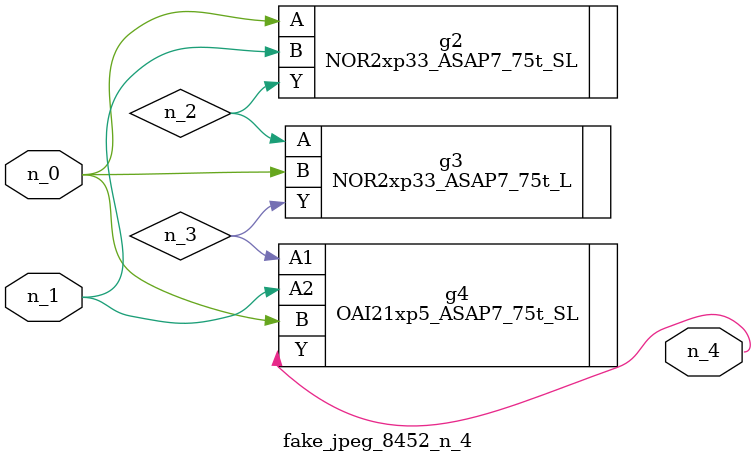
<source format=v>
module fake_jpeg_8452_n_4 (n_0, n_1, n_4);

input n_0;
input n_1;

output n_4;

wire n_2;
wire n_3;

NOR2xp33_ASAP7_75t_SL g2 ( 
.A(n_0),
.B(n_1),
.Y(n_2)
);

NOR2xp33_ASAP7_75t_L g3 ( 
.A(n_2),
.B(n_0),
.Y(n_3)
);

OAI21xp5_ASAP7_75t_SL g4 ( 
.A1(n_3),
.A2(n_1),
.B(n_0),
.Y(n_4)
);


endmodule
</source>
